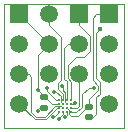
<source format=gbl>
%FSLAX44Y44*%
%MOMM*%
G71*
G01*
G75*
G04 Layer_Physical_Order=4*
G04 Layer_Color=16711680*
%ADD10R,1.2000X0.8000*%
G04:AMPARAMS|DCode=11|XSize=0.6mm|YSize=0.5mm|CornerRadius=0.05mm|HoleSize=0mm|Usage=FLASHONLY|Rotation=180.000|XOffset=0mm|YOffset=0mm|HoleType=Round|Shape=RoundedRectangle|*
%AMROUNDEDRECTD11*
21,1,0.6000,0.4000,0,0,180.0*
21,1,0.5000,0.5000,0,0,180.0*
1,1,0.1000,-0.2500,0.2000*
1,1,0.1000,0.2500,0.2000*
1,1,0.1000,0.2500,-0.2000*
1,1,0.1000,-0.2500,-0.2000*
%
%ADD11ROUNDEDRECTD11*%
%ADD12C,0.1000*%
%ADD13C,0.0800*%
%ADD14C,0.2000*%
%ADD15C,0.0750*%
%ADD16R,1.5000X1.5000*%
%ADD17C,1.5000*%
%ADD18C,0.4500*%
%ADD19C,0.3500*%
%ADD20C,0.2000*%
%ADD21C,0.0500*%
D11*
X84690Y35790D02*
D03*
Y26790D02*
D03*
X46530Y34920D02*
D03*
Y43920D02*
D03*
D12*
X80290Y78150D02*
X85250Y83110D01*
Y95960D01*
X76200Y105010D02*
X85250Y95960D01*
X76200Y105010D02*
Y114300D01*
X74180Y34540D02*
X76200Y36560D01*
Y63500D01*
X66400Y88900D02*
X76200D01*
X68950Y34540D02*
X74180D01*
X101600Y38100D02*
Y42580D01*
X68950Y38040D02*
X71540D01*
X72670Y39170D01*
X73220Y78150D02*
X80290D01*
X66110Y71040D02*
X73220Y78150D01*
X63150Y85650D02*
X66400Y88900D01*
X63580Y26930D02*
X65450Y28800D01*
Y31040D01*
X50800Y104780D02*
Y114300D01*
Y104780D02*
X60760Y94820D01*
X63150Y59620D02*
Y85650D01*
Y59620D02*
X65450Y57320D01*
Y41540D02*
Y57320D01*
X66110Y59810D02*
Y71040D01*
Y59810D02*
X68950Y56970D01*
Y41540D02*
Y56970D01*
X60200Y43130D02*
Y44790D01*
X56490Y48500D02*
X60200Y44790D01*
X55010Y48500D02*
X56490D01*
X41830Y34920D02*
X46530D01*
X39640Y32730D02*
X41830Y34920D01*
X12000Y17660D02*
Y122950D01*
X114000Y17660D02*
Y122950D01*
X12000Y17660D02*
X114000D01*
X12000Y122950D02*
X114000D01*
D13*
X25400Y63500D02*
X33370D01*
X35390Y61480D01*
X68950Y31040D02*
X73670D01*
X78620Y35990D01*
Y46440D01*
X84220Y52040D01*
X88290D01*
X41360Y50020D02*
Y79460D01*
X50800Y88900D01*
X25400Y114300D02*
X50800Y88900D01*
X63700Y43130D02*
Y48220D01*
X62600Y49320D02*
X63700Y48220D01*
X62600Y49320D02*
Y52140D01*
X61480Y53260D02*
X62600Y52140D01*
X57990Y50800D02*
X61950Y46840D01*
X57990Y50800D02*
Y56020D01*
X60760Y58790D01*
Y94820D01*
X61950Y41540D02*
Y46840D01*
X49000Y49150D02*
Y51460D01*
Y49150D02*
X56610Y41540D01*
X58450D01*
X67200Y29450D02*
X68790Y27860D01*
X74930D01*
X82860Y35790D01*
X87610Y58130D02*
X92080Y53660D01*
X82860Y35790D02*
X84690D01*
X87610Y58130D02*
Y111380D01*
X90530Y114300D01*
X101600D01*
X84690Y35790D02*
Y42430D01*
X92080Y49820D01*
Y53660D01*
X84690Y26790D02*
X87690D01*
X90520Y29620D01*
Y43740D01*
X93720Y46940D01*
Y57130D01*
X90380Y60470D02*
X93720Y57130D01*
X90380Y60470D02*
Y98390D01*
X93870Y101880D01*
X61950Y29780D02*
Y31040D01*
X53340Y38040D02*
X58450D01*
X58770Y26600D02*
X61950Y29780D01*
X57075Y34540D02*
X58450D01*
X35390Y31190D02*
Y61480D01*
X25400Y38100D02*
X38360Y25140D01*
X47675D01*
X57075Y34540D01*
X35390Y31190D02*
X39140Y27440D01*
X46880D01*
X55730Y36290D01*
X41360Y50020D02*
X53340Y38040D01*
X58770Y25230D02*
Y26600D01*
D15*
X54960Y27550D02*
X58450Y31040D01*
D16*
X76200Y114300D02*
D03*
X101600D02*
D03*
X25400D02*
D03*
D17*
X50800D02*
D03*
X76200Y88900D02*
D03*
X50800D02*
D03*
X76200Y63500D02*
D03*
X50800D02*
D03*
X101600D02*
D03*
Y88900D02*
D03*
Y38100D02*
D03*
X25400Y63500D02*
D03*
Y88900D02*
D03*
Y38100D02*
D03*
D18*
X93870Y101880D02*
D03*
D19*
X40840Y32630D02*
D03*
X41360Y50020D02*
D03*
X49000Y51460D02*
D03*
X55010Y48500D02*
D03*
X61480Y53260D02*
D03*
X72670Y39170D02*
D03*
X88290Y52040D02*
D03*
X63580Y26930D02*
D03*
X54200Y26790D02*
D03*
X58770Y25230D02*
D03*
D20*
X68950Y31040D02*
D03*
Y34540D02*
D03*
Y38040D02*
D03*
Y41540D02*
D03*
X65450Y31040D02*
D03*
Y34540D02*
D03*
Y38040D02*
D03*
Y41540D02*
D03*
X61950Y31040D02*
D03*
Y34540D02*
D03*
Y38040D02*
D03*
Y41540D02*
D03*
X58450Y31040D02*
D03*
Y34540D02*
D03*
Y38040D02*
D03*
Y41540D02*
D03*
D21*
X60200Y36290D02*
X61950Y34540D01*
X60200Y39790D02*
Y43130D01*
Y39790D02*
X61950Y38040D01*
X63700Y39790D02*
Y43130D01*
Y39790D02*
X65450Y38040D01*
X67200Y29450D02*
Y32790D01*
X65450Y34540D02*
X67200Y32790D01*
X55730Y36290D02*
X60200D01*
M02*

</source>
